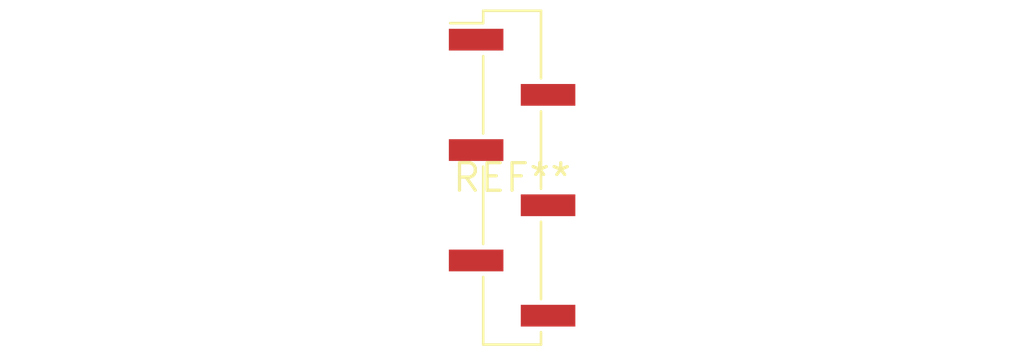
<source format=kicad_pcb>
(kicad_pcb (version 20240108) (generator pcbnew)
  (layers (0 "F.Cu" signal) (31 "B.Cu" signal) (34 "B.Paste" user) (35 "F.Paste" user) (36 "B.SilkS" user "B.Silkscreen") (37 "F.SilkS" user "F.Silkscreen") (38 "B.Mask" user) (39 "F.Mask" user) (44 "Edge.Cuts" user))
  (net 0 "")
  (footprint "PinHeader_1x06_P2.54mm_Vertical_SMD_Pin1Left" (layer "F.Cu") (at 0 0)
    (property "Reference" "REF**")
    (property "Value" "PinHeader_1x06_P2.54mm_Vertical_SMD_Pin1Left")
    (fp_line (start -1.33 -7.68) (end -1.33 -7.11) (layer "F.SilkS") (stroke (width 0.12)))
    (fp_line (start -1.33 -7.68) (end 1.33 -7.68) (layer "F.SilkS") (stroke (width 0.12)))
    (fp_line (start -1.33 -7.11) (end -2.85 -7.11) (layer "F.SilkS") (stroke (width 0.12)))
    (fp_line (start -1.33 -5.59) (end -1.33 -2.03) (layer "F.SilkS") (stroke (width 0.12)))
    (fp_line (start -1.33 -0.51) (end -1.33 3.05) (layer "F.SilkS") (stroke (width 0.12)))
    (fp_line (start -1.33 4.57) (end -1.33 7.68) (layer "F.SilkS") (stroke (width 0.12)))
    (fp_line (start -1.33 7.68) (end 1.33 7.68) (layer "F.SilkS") (stroke (width 0.12)))
    (fp_line (start 1.33 -7.68) (end 1.33 -4.57) (layer "F.SilkS") (stroke (width 0.12)))
    (fp_line (start 1.33 -3.05) (end 1.33 0.51) (layer "F.SilkS") (stroke (width 0.12)))
    (fp_line (start 1.33 2.03) (end 1.33 5.59) (layer "F.SilkS") (stroke (width 0.12)))
    (fp_line (start 1.33 7.11) (end 1.33 7.68) (layer "F.SilkS") (stroke (width 0.12)))
    (pad "1" smd rect (at -1.655 -6.35) (size 2.51 1) (layers "F.Cu" "F.Paste" "F.Mask"))
    (pad "2" smd rect (at 1.655 -3.81) (size 2.51 1) (layers "F.Cu" "F.Paste" "F.Mask"))
    (pad "3" smd rect (at -1.655 -1.27) (size 2.51 1) (layers "F.Cu" "F.Paste" "F.Mask"))
    (pad "4" smd rect (at 1.655 1.27) (size 2.51 1) (layers "F.Cu" "F.Paste" "F.Mask"))
    (pad "5" smd rect (at -1.655 3.81) (size 2.51 1) (layers "F.Cu" "F.Paste" "F.Mask"))
    (pad "6" smd rect (at 1.655 6.35) (size 2.51 1) (layers "F.Cu" "F.Paste" "F.Mask"))
  )
)
</source>
